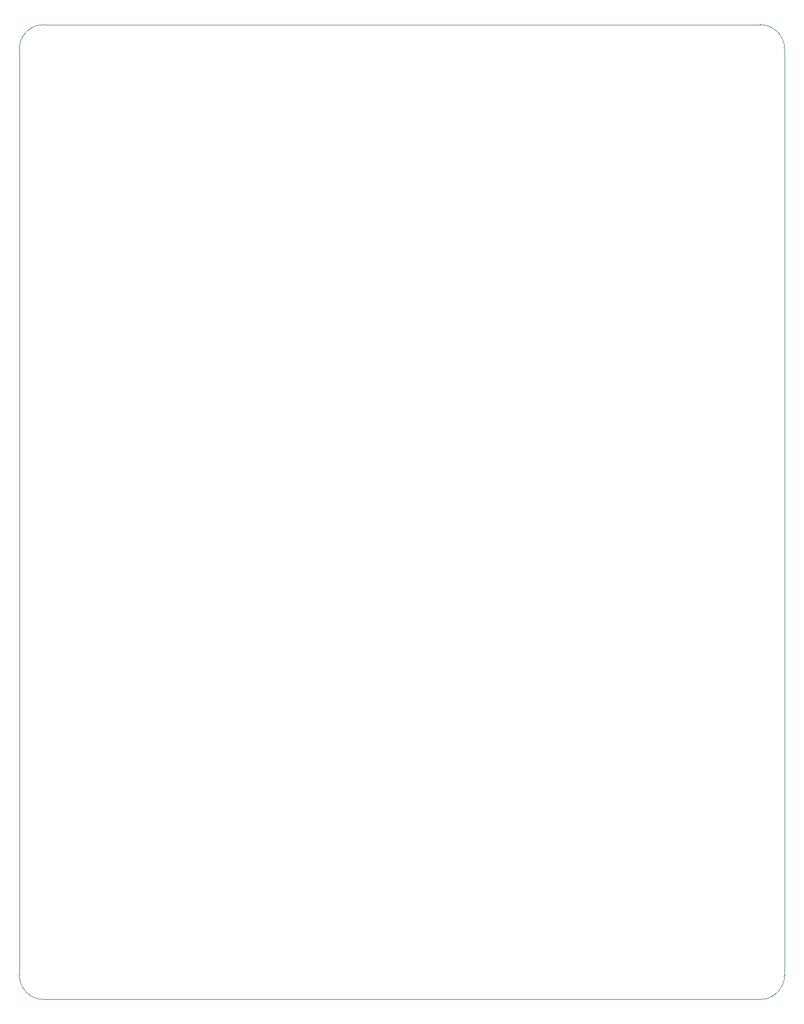
<source format=gm1>
%TF.GenerationSoftware,KiCad,Pcbnew,5.1.10-88a1d61d58~90~ubuntu20.04.1*%
%TF.CreationDate,2021-11-03T15:51:46-04:00*%
%TF.ProjectId,de0_nano_breakout,6465305f-6e61-46e6-9f5f-627265616b6f,rev?*%
%TF.SameCoordinates,Original*%
%TF.FileFunction,Profile,NP*%
%FSLAX46Y46*%
G04 Gerber Fmt 4.6, Leading zero omitted, Abs format (unit mm)*
G04 Created by KiCad (PCBNEW 5.1.10-88a1d61d58~90~ubuntu20.04.1) date 2021-11-03 15:51:46*
%MOMM*%
%LPD*%
G01*
G04 APERTURE LIST*
%TA.AperFunction,Profile*%
%ADD10C,0.050000*%
%TD*%
G04 APERTURE END LIST*
D10*
X156500000Y-40000000D02*
G75*
G02*
X160000000Y-43500000I0J-3500000D01*
G01*
X160000000Y-176500000D02*
G75*
G02*
X156500000Y-180000000I-3500000J0D01*
G01*
X53500000Y-180000000D02*
G75*
G02*
X50000000Y-176500000I0J3500000D01*
G01*
X50000000Y-43500000D02*
G75*
G02*
X53500000Y-40000000I3500000J0D01*
G01*
X53500000Y-180000000D02*
X156500000Y-180000000D01*
X160000000Y-43500000D02*
X160000000Y-176500000D01*
X53500000Y-40000000D02*
X156500000Y-40000000D01*
X50000000Y-43500000D02*
X50000000Y-176500000D01*
M02*

</source>
